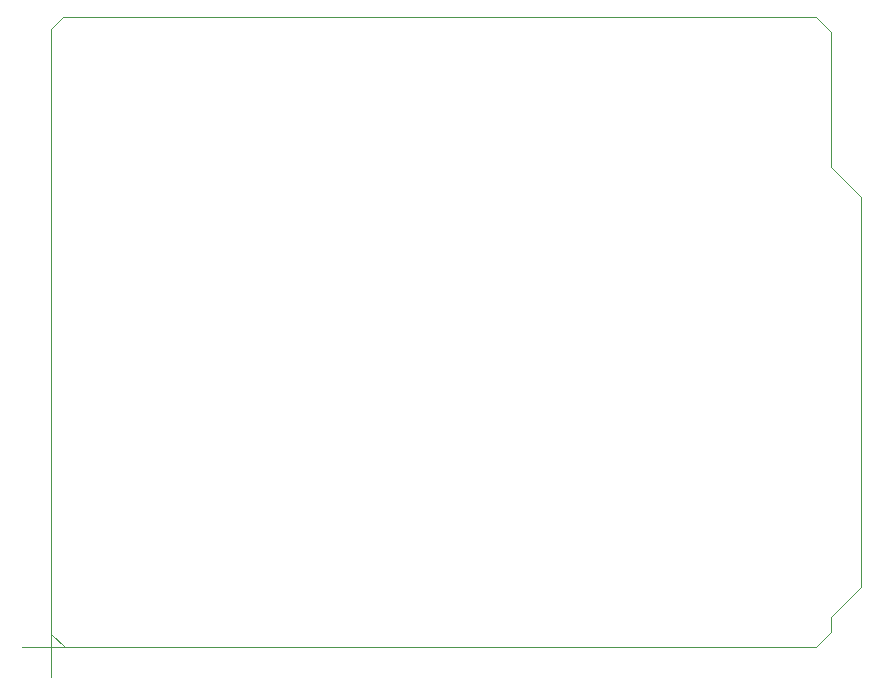
<source format=gbr>
G04 CAM350 V9.5.1 (Build 211) Date:  Tue May 10 22:49:43 2016 *
G04 Database: (Untitled) *
G04 Layer 3: canduino-Edge_C *
%FSLAX46Y46*%
%MOMM*%
%SFA1.000B1.000*%

%MIA0B0*%
%IPPOS*%
%ADD27C,0.10000*%
%LNcanduino-Edge_C*%
%LPD*%
G54D27*
X112943000Y-131699000D02*
G01X117943000D01*
X115443000Y-129199000D02*
G01Y-134199000D01*
Y-79375000D02*
G01Y-79502000D01*
X116459000Y-78359000D02*
G01X115443000Y-79375000D01*
X180213000Y-78359000D02*
G01X116459000D01*
X181483000Y-79629000D02*
G01X180213000Y-78359000D01*
X181483000Y-91059000D02*
G01Y-79629000D01*
X184023000Y-93599000D02*
G01X181483000Y-91059000D01*
X184023000Y-126619000D02*
G01Y-93599000D01*
X181483000Y-129159000D02*
G01X184023000Y-126619000D01*
X181483000Y-130429000D02*
G01Y-129159000D01*
X180213000Y-131699000D02*
G01X181483000Y-130429000D01*
X116586000Y-131699000D02*
G01X180213000D01*
X115443000Y-130556000D02*
G01X116586000Y-131699000D01*
X115443000Y-79502000D02*
G01Y-130556000D01*
M02*

</source>
